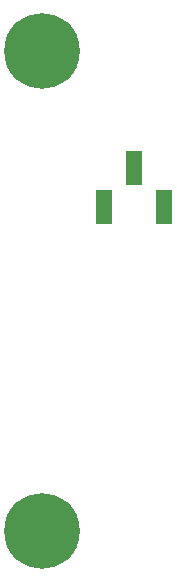
<source format=gbr>
%TF.GenerationSoftware,KiCad,Pcbnew,6.0.11+dfsg-1~bpo11+1*%
%TF.CreationDate,2023-05-28T01:02:05+00:00*%
%TF.ProjectId,PINHOLDER01,50494e48-4f4c-4444-9552-30312e6b6963,01A*%
%TF.SameCoordinates,Original*%
%TF.FileFunction,Soldermask,Bot*%
%TF.FilePolarity,Negative*%
%FSLAX46Y46*%
G04 Gerber Fmt 4.6, Leading zero omitted, Abs format (unit mm)*
G04 Created by KiCad (PCBNEW 6.0.11+dfsg-1~bpo11+1) date 2023-05-28 01:02:05*
%MOMM*%
%LPD*%
G01*
G04 APERTURE LIST*
G04 Aperture macros list*
%AMRoundRect*
0 Rectangle with rounded corners*
0 $1 Rounding radius*
0 $2 $3 $4 $5 $6 $7 $8 $9 X,Y pos of 4 corners*
0 Add a 4 corners polygon primitive as box body*
4,1,4,$2,$3,$4,$5,$6,$7,$8,$9,$2,$3,0*
0 Add four circle primitives for the rounded corners*
1,1,$1+$1,$2,$3*
1,1,$1+$1,$4,$5*
1,1,$1+$1,$6,$7*
1,1,$1+$1,$8,$9*
0 Add four rect primitives between the rounded corners*
20,1,$1+$1,$2,$3,$4,$5,0*
20,1,$1+$1,$4,$5,$6,$7,0*
20,1,$1+$1,$6,$7,$8,$9,0*
20,1,$1+$1,$8,$9,$2,$3,0*%
G04 Aperture macros list end*
%ADD10C,6.400000*%
%ADD11RoundRect,0.200000X0.500000X-1.255000X0.500000X1.255000X-0.500000X1.255000X-0.500000X-1.255000X0*%
G04 APERTURE END LIST*
D10*
%TO.C,M3*%
X0Y0D03*
%TD*%
%TO.C,M4*%
X0Y-40640000D03*
%TD*%
D11*
%TO.C,J1*%
X10364821Y-13183854D03*
X7824821Y-9873854D03*
X5284821Y-13183854D03*
%TD*%
M02*

</source>
